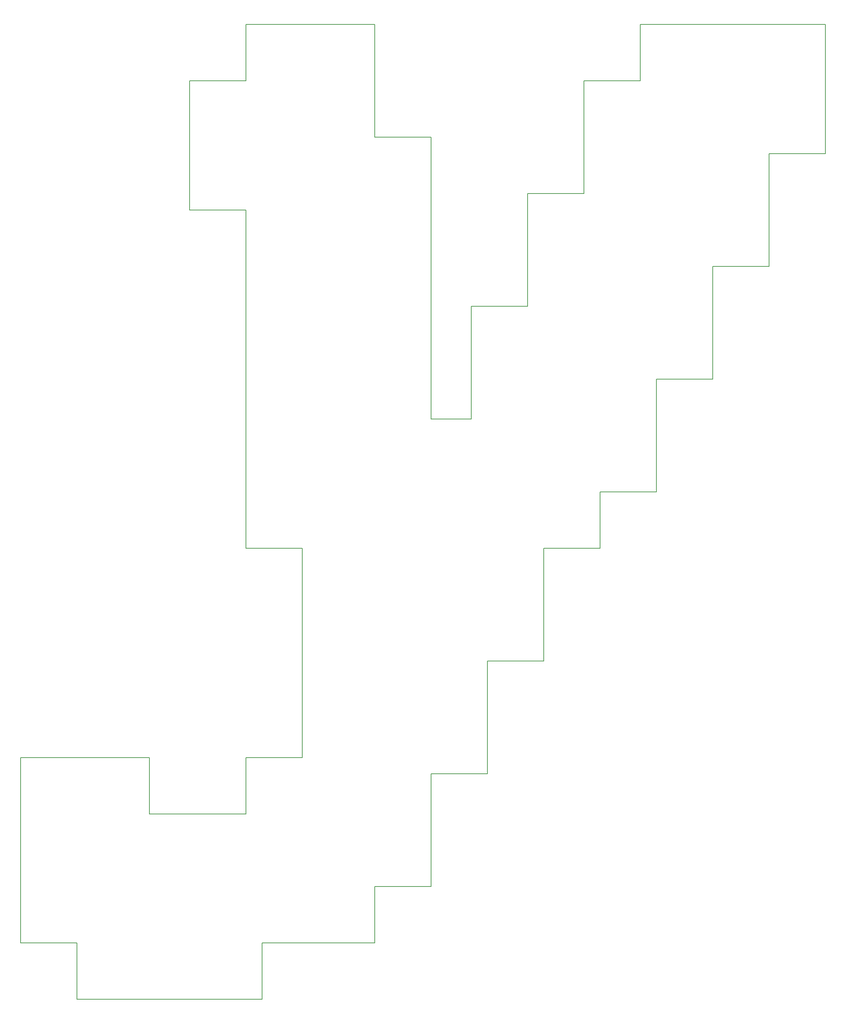
<source format=gbr>
G04 #@! TF.FileFunction,Profile,NP*
%FSLAX46Y46*%
G04 Gerber Fmt 4.6, Leading zero omitted, Abs format (unit mm)*
G04 Created by KiCad (PCBNEW 4.0.6) date Mon Jul 10 19:21:00 2017*
%MOMM*%
%LPD*%
G01*
G04 APERTURE LIST*
%ADD10C,0.100000*%
%ADD11C,0.150000*%
G04 APERTURE END LIST*
D10*
D11*
X60640900Y-28006200D02*
X62640900Y-28006200D01*
X60640900Y-28006200D02*
X60640900Y-30006200D01*
X64640900Y-28006200D02*
X74529800Y-28006200D01*
X74529800Y-28006200D02*
X76529800Y-28006200D01*
X62640900Y-28006200D02*
X64640900Y-28006200D01*
X78529800Y-28006200D02*
X88418700Y-28006200D01*
X88418700Y-28006200D02*
X90418700Y-28006200D01*
X76529800Y-28006200D02*
X78529800Y-28006200D01*
X92418700Y-28006200D02*
X92418700Y-30006200D01*
X90418700Y-28006200D02*
X92418700Y-28006200D01*
X157863100Y-28006200D02*
X159863100Y-28006200D01*
X157863100Y-28006200D02*
X157863100Y-30006200D01*
X161863100Y-28006200D02*
X171752000Y-28006200D01*
X171752000Y-28006200D02*
X173752000Y-28006200D01*
X159863100Y-28006200D02*
X161863100Y-28006200D01*
X175752000Y-28006200D02*
X185640900Y-28006200D01*
X185640900Y-28006200D02*
X187640900Y-28006200D01*
X173752000Y-28006200D02*
X175752000Y-28006200D01*
X189640900Y-28006200D02*
X199529800Y-28006200D01*
X199529800Y-28006200D02*
X201529800Y-28006200D01*
X187640900Y-28006200D02*
X189640900Y-28006200D01*
X203529800Y-28006200D02*
X203529800Y-30006200D01*
X201529800Y-28006200D02*
X203529800Y-28006200D01*
X46752000Y-41895100D02*
X48752000Y-41895100D01*
X46752000Y-41895100D02*
X46752000Y-43895100D01*
X60640900Y-30006200D02*
X60640900Y-32006200D01*
X50752000Y-41895100D02*
X60640900Y-41895100D01*
X48752000Y-41895100D02*
X50752000Y-41895100D01*
X60640900Y-32006200D02*
X60640900Y-41895100D01*
X92418700Y-30006200D02*
X92418700Y-32006200D01*
X92418700Y-32006200D02*
X92418700Y-41895100D01*
X92418700Y-41895100D02*
X92418700Y-43895100D01*
X143974200Y-41895100D02*
X145974200Y-41895100D01*
X143974200Y-41895100D02*
X143974200Y-43895100D01*
X157863100Y-30006200D02*
X157863100Y-32006200D01*
X147974200Y-41895100D02*
X157863100Y-41895100D01*
X145974200Y-41895100D02*
X147974200Y-41895100D01*
X157863100Y-32006200D02*
X157863100Y-41895100D01*
X203529800Y-30006200D02*
X203529800Y-32006200D01*
X203529800Y-32006200D02*
X203529800Y-41895100D01*
X203529800Y-41895100D02*
X203529800Y-43895100D01*
X46752000Y-43895100D02*
X46752000Y-45895100D01*
X46752000Y-55784000D02*
X46752000Y-57784000D01*
X46752000Y-45895100D02*
X46752000Y-55784000D01*
X92418700Y-43895100D02*
X92418700Y-45895100D01*
X92418700Y-45895100D02*
X92418700Y-55784000D01*
X92418700Y-55784000D02*
X102307600Y-55784000D01*
X102307600Y-55784000D02*
X104307600Y-55784000D01*
X106307600Y-55784000D02*
X106307600Y-57784000D01*
X104307600Y-55784000D02*
X106307600Y-55784000D01*
X143974200Y-43895100D02*
X143974200Y-45895100D01*
X143974200Y-55784000D02*
X143974200Y-57784000D01*
X143974200Y-45895100D02*
X143974200Y-55784000D01*
X203529800Y-43895100D02*
X203529800Y-45895100D01*
X203529800Y-45895100D02*
X203529800Y-55784000D01*
X203529800Y-55784000D02*
X203529800Y-57784000D01*
X46752000Y-57784000D02*
X46752000Y-59784000D01*
X46752000Y-69672900D02*
X46752000Y-71672900D01*
X46752000Y-59784000D02*
X46752000Y-69672900D01*
X106307600Y-57784000D02*
X106307600Y-59784000D01*
X106307600Y-59784000D02*
X106307600Y-69672900D01*
X106307600Y-69672900D02*
X106307600Y-71672900D01*
X130085300Y-69672900D02*
X132085300Y-69672900D01*
X130085300Y-69672900D02*
X130085300Y-71672900D01*
X143974200Y-57784000D02*
X143974200Y-59784000D01*
X134085300Y-69672900D02*
X143974200Y-69672900D01*
X132085300Y-69672900D02*
X134085300Y-69672900D01*
X143974200Y-59784000D02*
X143974200Y-69672900D01*
X189640900Y-59784000D02*
X199529800Y-59784000D01*
X199529800Y-59784000D02*
X201529800Y-59784000D01*
X189640900Y-59784000D02*
X189640900Y-69672900D01*
X189640900Y-69672900D02*
X189640900Y-71672900D01*
X203529800Y-57784000D02*
X203529800Y-59784000D01*
X201529800Y-59784000D02*
X203529800Y-59784000D01*
X46752000Y-71672900D02*
X46752000Y-73672900D01*
X46752000Y-73672900D02*
X48752000Y-73672900D01*
X50752000Y-73672900D02*
X60640900Y-73672900D01*
X60640900Y-73672900D02*
X60640900Y-83561800D01*
X60640900Y-83561800D02*
X60640900Y-85561800D01*
X48752000Y-73672900D02*
X50752000Y-73672900D01*
X106307600Y-71672900D02*
X106307600Y-73672900D01*
X106307600Y-73672900D02*
X106307600Y-83561800D01*
X106307600Y-83561800D02*
X106307600Y-85561800D01*
X130085300Y-71672900D02*
X130085300Y-73672900D01*
X130085300Y-83561800D02*
X130085300Y-85561800D01*
X130085300Y-73672900D02*
X130085300Y-83561800D01*
X189640900Y-71672900D02*
X189640900Y-73672900D01*
X189640900Y-73672900D02*
X189640900Y-83561800D01*
X189640900Y-83561800D02*
X189640900Y-85561800D01*
X60640900Y-85561800D02*
X60640900Y-87561800D01*
X60640900Y-97450700D02*
X60640900Y-99450700D01*
X60640900Y-87561800D02*
X60640900Y-97450700D01*
X106307600Y-85561800D02*
X106307600Y-87561800D01*
X116196400Y-97450700D02*
X118196400Y-97450700D01*
X116196400Y-97450700D02*
X116196400Y-99450700D01*
X106307600Y-97450700D02*
X106307600Y-99450700D01*
X106307600Y-87561800D02*
X106307600Y-97450700D01*
X130085300Y-85561800D02*
X130085300Y-87561800D01*
X120196400Y-97450700D02*
X130085300Y-97450700D01*
X118196400Y-97450700D02*
X120196400Y-97450700D01*
X130085300Y-87561800D02*
X130085300Y-97450700D01*
X175752000Y-87561800D02*
X185640900Y-87561800D01*
X185640900Y-87561800D02*
X187640900Y-87561800D01*
X175752000Y-87561800D02*
X175752000Y-97450700D01*
X175752000Y-97450700D02*
X175752000Y-99450700D01*
X189640900Y-85561800D02*
X189640900Y-87561800D01*
X187640900Y-87561800D02*
X189640900Y-87561800D01*
X60640900Y-99450700D02*
X60640900Y-101450700D01*
X60640900Y-111339600D02*
X60640900Y-113339600D01*
X60640900Y-101450700D02*
X60640900Y-111339600D01*
X106307600Y-99450700D02*
X106307600Y-101450700D01*
X116196400Y-99450700D02*
X116196400Y-101450700D01*
X116196400Y-111339600D02*
X116196400Y-113339600D01*
X106307600Y-111339600D02*
X106307600Y-113339600D01*
X116196400Y-101450700D02*
X116196400Y-111339600D01*
X106307600Y-101450700D02*
X106307600Y-111339600D01*
X175752000Y-99450700D02*
X175752000Y-101450700D01*
X175752000Y-101450700D02*
X175752000Y-111339600D01*
X175752000Y-111339600D02*
X175752000Y-113339600D01*
X60640900Y-113339600D02*
X60640900Y-115339600D01*
X60640900Y-125228400D02*
X60640900Y-127228400D01*
X60640900Y-115339600D02*
X60640900Y-125228400D01*
X106307600Y-113339600D02*
X106307600Y-115339600D01*
X116196400Y-113339600D02*
X116196400Y-115339600D01*
X116196400Y-115339600D02*
X116196400Y-125228400D01*
X106307600Y-125228400D02*
X116196400Y-125228400D01*
X106307600Y-115339600D02*
X106307600Y-125228400D01*
X161863100Y-115339600D02*
X171752000Y-115339600D01*
X171752000Y-115339600D02*
X173752000Y-115339600D01*
X161863100Y-115339600D02*
X161863100Y-125228400D01*
X161863100Y-125228400D02*
X161863100Y-127228400D01*
X175752000Y-113339600D02*
X175752000Y-115339600D01*
X173752000Y-115339600D02*
X175752000Y-115339600D01*
X60640900Y-127228400D02*
X60640900Y-129228400D01*
X60640900Y-139117300D02*
X60640900Y-141117300D01*
X60640900Y-129228400D02*
X60640900Y-139117300D01*
X161863100Y-127228400D02*
X161863100Y-129228400D01*
X161863100Y-129228400D02*
X161863100Y-139117300D01*
X161863100Y-139117300D02*
X161863100Y-141117300D01*
X60640900Y-141117300D02*
X60640900Y-143117300D01*
X60640900Y-153006200D02*
X60640900Y-155006200D01*
X60640900Y-143117300D02*
X60640900Y-153006200D01*
X147974200Y-143117300D02*
X157863100Y-143117300D01*
X157863100Y-143117300D02*
X159863100Y-143117300D01*
X147974200Y-143117300D02*
X147974200Y-153006200D01*
X147974200Y-153006200D02*
X147974200Y-155006200D01*
X161863100Y-141117300D02*
X161863100Y-143117300D01*
X159863100Y-143117300D02*
X161863100Y-143117300D01*
X60640900Y-155006200D02*
X60640900Y-157006200D01*
X60640900Y-157006200D02*
X62640900Y-157006200D01*
X64640900Y-157006200D02*
X74529800Y-157006200D01*
X74529800Y-157006200D02*
X74529800Y-166895100D01*
X74529800Y-166895100D02*
X74529800Y-168895100D01*
X62640900Y-157006200D02*
X64640900Y-157006200D01*
X134085300Y-157006200D02*
X143974200Y-157006200D01*
X143974200Y-157006200D02*
X145974200Y-157006200D01*
X134085300Y-157006200D02*
X134085300Y-166895100D01*
X134085300Y-166895100D02*
X134085300Y-168895100D01*
X147974200Y-155006200D02*
X147974200Y-157006200D01*
X145974200Y-157006200D02*
X147974200Y-157006200D01*
X74529800Y-168895100D02*
X74529800Y-170895100D01*
X74529800Y-180784000D02*
X74529800Y-182784000D01*
X74529800Y-170895100D02*
X74529800Y-180784000D01*
X134085300Y-168895100D02*
X134085300Y-170895100D01*
X134085300Y-170895100D02*
X134085300Y-180784000D01*
X134085300Y-180784000D02*
X134085300Y-182784000D01*
X74529800Y-182784000D02*
X74529800Y-184784000D01*
X74529800Y-194672900D02*
X74529800Y-196672900D01*
X74529800Y-184784000D02*
X74529800Y-194672900D01*
X120196400Y-184784000D02*
X130085300Y-184784000D01*
X130085300Y-184784000D02*
X132085300Y-184784000D01*
X120196400Y-184784000D02*
X120196400Y-194672900D01*
X120196400Y-194672900D02*
X120196400Y-196672900D01*
X134085300Y-182784000D02*
X134085300Y-184784000D01*
X132085300Y-184784000D02*
X134085300Y-184784000D01*
X5085300Y-208561800D02*
X7085300Y-208561800D01*
X5085300Y-208561800D02*
X5085300Y-210561800D01*
X9085300Y-208561800D02*
X18974200Y-208561800D01*
X18974200Y-208561800D02*
X20974200Y-208561800D01*
X7085300Y-208561800D02*
X9085300Y-208561800D01*
X22974200Y-208561800D02*
X32863100Y-208561800D01*
X32863100Y-208561800D02*
X34863100Y-208561800D01*
X20974200Y-208561800D02*
X22974200Y-208561800D01*
X36863100Y-208561800D02*
X36863100Y-210561800D01*
X34863100Y-208561800D02*
X36863100Y-208561800D01*
X60640900Y-208561800D02*
X62640900Y-208561800D01*
X60640900Y-208561800D02*
X60640900Y-210561800D01*
X74529800Y-196672900D02*
X74529800Y-198672900D01*
X64640900Y-208561800D02*
X74529800Y-208561800D01*
X62640900Y-208561800D02*
X64640900Y-208561800D01*
X74529800Y-198672900D02*
X74529800Y-208561800D01*
X120196400Y-196672900D02*
X120196400Y-198672900D01*
X120196400Y-198672900D02*
X120196400Y-208561800D01*
X120196400Y-208561800D02*
X120196400Y-210561800D01*
X5085300Y-210561800D02*
X5085300Y-212561800D01*
X5085300Y-222450700D02*
X5085300Y-224450700D01*
X5085300Y-212561800D02*
X5085300Y-222450700D01*
X36863100Y-210561800D02*
X36863100Y-212561800D01*
X36863100Y-212561800D02*
X36863100Y-222450700D01*
X36863100Y-222450700D02*
X46752000Y-222450700D01*
X46752000Y-222450700D02*
X48752000Y-222450700D01*
X60640900Y-210561800D02*
X60640900Y-212561800D01*
X50752000Y-222450700D02*
X60640900Y-222450700D01*
X48752000Y-222450700D02*
X50752000Y-222450700D01*
X60640900Y-212561800D02*
X60640900Y-222450700D01*
X106307600Y-212561800D02*
X116196400Y-212561800D01*
X116196400Y-212561800D02*
X118196400Y-212561800D01*
X106307600Y-212561800D02*
X106307600Y-222450700D01*
X106307600Y-222450700D02*
X106307600Y-224450700D01*
X120196400Y-210561800D02*
X120196400Y-212561800D01*
X118196400Y-212561800D02*
X120196400Y-212561800D01*
X5085300Y-224450700D02*
X5085300Y-226450700D01*
X5085300Y-236339600D02*
X5085300Y-238339600D01*
X5085300Y-226450700D02*
X5085300Y-236339600D01*
X106307600Y-224450700D02*
X106307600Y-226450700D01*
X106307600Y-226450700D02*
X106307600Y-236339600D01*
X106307600Y-236339600D02*
X106307600Y-238339600D01*
X5085300Y-238339600D02*
X5085300Y-240339600D01*
X5085300Y-250228400D02*
X5085300Y-252228400D01*
X5085300Y-240339600D02*
X5085300Y-250228400D01*
X92418700Y-240339600D02*
X102307600Y-240339600D01*
X102307600Y-240339600D02*
X104307600Y-240339600D01*
X92418700Y-240339600D02*
X92418700Y-250228400D01*
X92418700Y-250228400D02*
X92418700Y-252228400D01*
X106307600Y-238339600D02*
X106307600Y-240339600D01*
X104307600Y-240339600D02*
X106307600Y-240339600D01*
X5085300Y-252228400D02*
X5085300Y-254228400D01*
X5085300Y-254228400D02*
X7085300Y-254228400D01*
X9085300Y-254228400D02*
X18974200Y-254228400D01*
X18974200Y-254228400D02*
X18974200Y-264117300D01*
X18974200Y-264117300D02*
X18974200Y-266117300D01*
X7085300Y-254228400D02*
X9085300Y-254228400D01*
X64640900Y-254228400D02*
X74529800Y-254228400D01*
X74529800Y-254228400D02*
X76529800Y-254228400D01*
X64640900Y-254228400D02*
X64640900Y-264117300D01*
X64640900Y-264117300D02*
X64640900Y-266117300D01*
X78529800Y-254228400D02*
X88418700Y-254228400D01*
X88418700Y-254228400D02*
X90418700Y-254228400D01*
X76529800Y-254228400D02*
X78529800Y-254228400D01*
X92418700Y-252228400D02*
X92418700Y-254228400D01*
X90418700Y-254228400D02*
X92418700Y-254228400D01*
X18974200Y-266117300D02*
X18974200Y-268117300D01*
X18974200Y-268117300D02*
X20974200Y-268117300D01*
X22974200Y-268117300D02*
X32863100Y-268117300D01*
X32863100Y-268117300D02*
X34863100Y-268117300D01*
X20974200Y-268117300D02*
X22974200Y-268117300D01*
X36863100Y-268117300D02*
X46752000Y-268117300D01*
X46752000Y-268117300D02*
X48752000Y-268117300D01*
X34863100Y-268117300D02*
X36863100Y-268117300D01*
X50752000Y-268117300D02*
X60640900Y-268117300D01*
X60640900Y-268117300D02*
X62640900Y-268117300D01*
X48752000Y-268117300D02*
X50752000Y-268117300D01*
X64640900Y-266117300D02*
X64640900Y-268117300D01*
X62640900Y-268117300D02*
X64640900Y-268117300D01*
M02*

</source>
